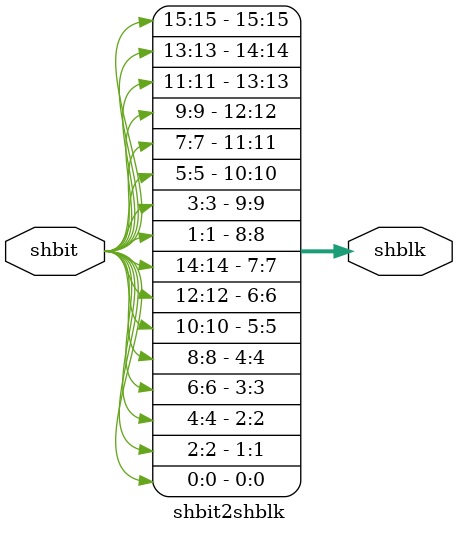
<source format=v>
module shbit2shblk
#
(
    parameter d = 2,
    parameter width = 8
)
(
    shbit,
    shblk
);

// IOs
input [d*width-1:0] shbit;
output [d*width-1:0] shblk;

genvar i,j;
generate
for(i=0;i<width;i=i+1) begin: bit_wiring
    for(j=0;j<d;j=j+1) begin: share_wiring
        assign shblk[width*j + i] = shbit[d*i + j];
    end
end
endgenerate


endmodule

</source>
